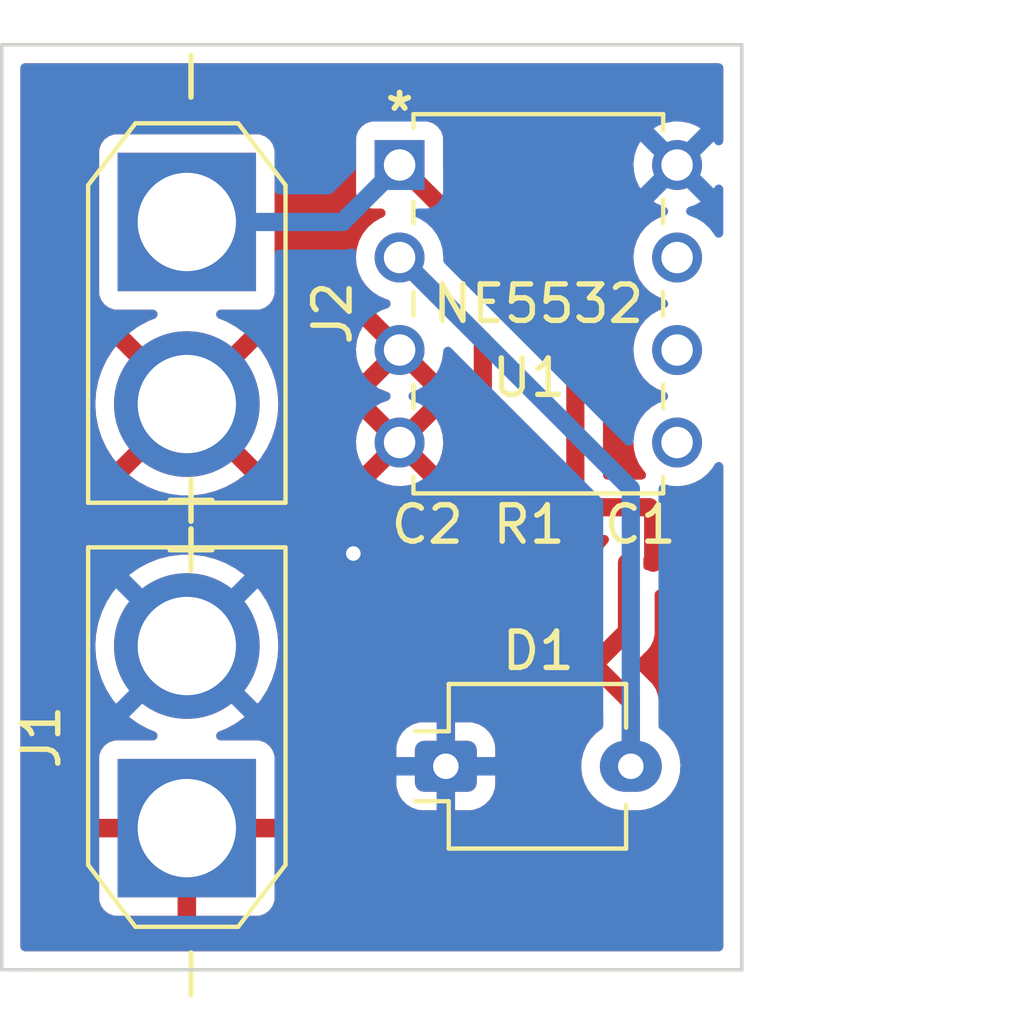
<source format=kicad_pcb>
(kicad_pcb (version 20211014) (generator pcbnew)
  (layers (0 "F.Cu" signal) (31 "B.Cu" signal) (34 "B.Paste" user) (35 "F.Paste" user) (36 "B.SilkS" user "B.Silkscreen") (37 "F.SilkS" user "F.Silkscreen") (38 "B.Mask" user) (39 "F.Mask" user) (44 "Edge.Cuts" user))
  (net 0 "")
  (net 1 "IN-")
  (net 2 "OUT")
  (net 3 "VCC")
  (net 4 "GND")
  (footprint "Capacitor_SMD:C_0201_0603Metric" (layer "F.Cu") (at 199.136 97.282)
    (fp_text reference "C1" (at 0 -1.05) (layer "F.SilkS"))
    (fp_text value "24pF")
    (pad "1" smd roundrect (at -0.32 0) (size 0.46 0.4) (layers "F.Cu" "F.Mask") (net 1 "IN-"))
    (pad "2" smd roundrect (at 0.32 0) (size 0.46 0.4) (layers "F.Cu" "F.Mask") (net 2 "OUT"))
  )
  (footprint "Package_DIP:NE5532P" (layer "F.Cu") (at 192.532 86.36)
    (fp_text reference "U1" (at 3.556 5.842) (layer "F.SilkS"))
    (fp_text value "NE5532" (at 3.81 3.81) (layer "F.SilkS"))
    (fp_text user "*" (at 0 -1.4478) (layer "F.SilkS"))
    (fp_text user "*" (at 0 -1.4478) (layer "F.SilkS"))
    (fp_line (start 0.381 -1.397) (end 0.381 -1.01854) (layer "F.SilkS") (width 0.12))
    (fp_line (start 0.381 9.017) (end 7.239 9.017) (layer "F.SilkS") (width 0.12))
    (fp_line (start 7.239 1.595403) (end 7.239 0.944597) (layer "F.SilkS") (width 0.12))
    (fp_line (start 7.239 -0.944597) (end 7.239 -1.397) (layer "F.SilkS") (width 0.12))
    (fp_line (start 7.239 9.017) (end 7.239 8.564597) (layer "F.SilkS") (width 0.12))
    (fp_line (start 0.381 1.01854) (end 0.381 1.595403) (layer "F.SilkS") (width 0.12))
    (fp_line (start 0.381 6.024597) (end 0.381 6.675403) (layer "F.SilkS") (width 0.12))
    (fp_line (start 7.239 4.135403) (end 7.239 3.484597) (layer "F.SilkS") (width 0.12))
    (fp_line (start 7.239 6.675403) (end 7.239 6.024597) (layer "F.SilkS") (width 0.12))
    (fp_line (start 0.381 8.564597) (end 0.381 9.017) (layer "F.SilkS") (width 0.12))
    (fp_line (start 7.239 -1.397) (end 0.381 -1.397) (layer "F.SilkS") (width 0.12))
    (fp_line (start 0.381 3.484597) (end 0.381 4.135403) (layer "F.SilkS") (width 0.12))
    (pad "1" thru_hole rect (at 0 0) (size 1.3716 1.3716) (drill 0.8636) (layers *.Cu *.Mask) (net 2 "OUT"))
    (pad "2" thru_hole circle (at 0 2.54) (size 1.3716 1.3716) (drill 0.8636) (layers *.Cu *.Mask) (net 1 "IN-"))
    (pad "3" thru_hole circle (at 0 5.08) (size 1.3716 1.3716) (drill 0.8636) (layers *.Cu *.Mask) (net 4 "GND"))
    (pad "4" thru_hole circle (at 0 7.62) (size 1.3716 1.3716) (drill 0.8636) (layers *.Cu *.Mask) (net 4 "GND"))
    (pad "5" thru_hole circle (at 7.62 7.62) (size 1.3716 1.3716) (drill 0.8636) (layers *.Cu *.Mask))
    (pad "6" thru_hole circle (at 7.62 5.08) (size 1.3716 1.3716) (drill 0.8636) (layers *.Cu *.Mask))
    (pad "7" thru_hole circle (at 7.62 2.54) (size 1.3716 1.3716) (drill 0.8636) (layers *.Cu *.Mask))
    (pad "8" thru_hole circle (at 7.62 0) (size 1.3716 1.3716) (drill 0.8636) (layers *.Cu *.Mask) (net 3 "VCC"))
  )
  (footprint "Capacitor_SMD:C_0201_0603Metric" (layer "F.Cu") (at 193.294 97.282)
    (fp_text reference "C2" (at 0 -1.05) (layer "F.SilkS"))
    (fp_text value "0.1uF")
    (pad "1" smd roundrect (at -0.32 0) (size 0.46 0.4) (layers "F.Cu" "F.Mask") (net 3 "VCC"))
    (pad "2" smd roundrect (at 0.32 0) (size 0.46 0.4) (layers "F.Cu" "F.Mask") (net 4 "GND"))
  )
  (footprint "Connector_AMASS:AMASS_XT30U-F_1x02_P5.0mm_Vertical" (layer "F.Cu") (at 186.69 87.924 -90)
    (fp_text reference "J2" (at 2.5 -4 90) (layer "F.SilkS"))
    (fp_text value "Conn_01x02_Male")
    (fp_text user "-" (at -4 0 90) (layer "F.SilkS") (effects (font (size 1.5 1.5))))
    (fp_text user "+" (at 9 0 90) (layer "F.SilkS") (effects (font (size 1.5 1.5))))
    (fp_line (start 7.71 -2.71) (end 7.71 2.71) (layer "F.SilkS") (width 0.12))
    (fp_line (start -1.01 -2.71) (end 7.71 -2.71) (layer "F.SilkS") (width 0.12))
    (fp_line (start -2.71 -1.41) (end -1.01 -2.71) (layer "F.SilkS") (width 0.12))
    (fp_line (start -2.71 -1.41) (end -2.71 1.41) (layer "F.SilkS") (width 0.12))
    (fp_line (start -1.01 2.71) (end 7.71 2.71) (layer "F.SilkS") (width 0.12))
    (fp_line (start -2.71 1.41) (end -1.01 2.71) (layer "F.SilkS") (width 0.12))
    (pad "1" thru_hole rect (at 0 0 270) (size 3.8 3.8) (drill 2.7) (layers *.Cu *.Mask) (net 2 "OUT"))
    (pad "2" thru_hole circle (at 5 0 270) (size 4 4) (drill 2.7) (layers *.Cu *.Mask) (net 4 "GND"))
  )
  (footprint "Resistor_SMD:R_0201_0603Metric" (layer "F.Cu") (at 196.088 97.282)
    (fp_text reference "R1" (at 0 -1.05) (layer "F.SilkS"))
    (fp_text value "66k")
    (pad "1" smd roundrect (at -0.32 0) (size 0.46 0.4) (layers "F.Cu" "F.Mask") (net 1 "IN-"))
    (pad "2" smd roundrect (at 0.32 0) (size 0.46 0.4) (layers "F.Cu" "F.Mask") (net 2 "OUT"))
  )
  (footprint "OptoDevice:Osram_DIL2_4.3x4.65mm_P5.08mm" (layer "F.Cu") (at 193.802 102.87)
    (fp_text reference "D1" (at 2.54 -3.17) (layer "F.SilkS"))
    (fp_text value "BPW34")
    (fp_line (start 0.08 -0.96) (end -0.84 -0.96) (layer "F.SilkS") (width 0.12))
    (fp_line (start 0.08 0.96) (end -0.84 0.96) (layer "F.SilkS") (width 0.12))
    (fp_line (start 0.08 -2.26) (end 0.08 -0.96) (layer "F.SilkS") (width 0.12))
    (fp_line (start 4.95 1.06) (end 4.95 2.26) (layer "F.SilkS") (width 0.12))
    (fp_line (start 4.95 2.26) (end 0.08 2.26) (layer "F.SilkS") (width 0.12))
    (fp_line (start 0.08 0.96) (end 0.08 2.26) (layer "F.SilkS") (width 0.12))
    (fp_line (start 4.95 -2.26) (end 4.95 -1.06) (layer "F.SilkS") (width 0.12))
    (fp_line (start 0.08 -2.26) (end 4.95 -2.26) (layer "F.SilkS") (width 0.12))
    (pad "1" thru_hole roundrect (at 0 0) (size 1.7 1.4) (drill 0.7) (layers *.Cu *.Mask) (roundrect_rratio 0.178) (net 3 "VCC"))
    (pad "2" thru_hole oval (at 5.08 0) (size 1.7 1.4) (drill 0.7) (layers *.Cu *.Mask) (net 1 "IN-"))
  )
  (footprint "Connector_AMASS:AMASS_XT30U-F_1x02_P5.0mm_Vertical" (layer "F.Cu") (at 186.69 104.568 90)
    (fp_text reference "J1" (at 2.5 -4 90) (layer "F.SilkS"))
    (fp_text value "Conn_01x02_Male")
    (fp_text user "-" (at -4 0 90) (layer "F.SilkS") (effects (font (size 1.5 1.5))))
    (fp_text user "+" (at 9 0 90) (layer "F.SilkS") (effects (font (size 1.5 1.5))))
    (fp_line (start -1.01 2.71) (end 7.71 2.71) (layer "F.SilkS") (width 0.12))
    (fp_line (start -2.71 -1.41) (end -1.01 -2.71) (layer "F.SilkS") (width 0.12))
    (fp_line (start -2.71 -1.41) (end -2.71 1.41) (layer "F.SilkS") (width 0.12))
    (fp_line (start -2.71 1.41) (end -1.01 2.71) (layer "F.SilkS") (width 0.12))
    (fp_line (start -1.01 -2.71) (end 7.71 -2.71) (layer "F.SilkS") (width 0.12))
    (fp_line (start 7.71 -2.71) (end 7.71 2.71) (layer "F.SilkS") (width 0.12))
    (pad "1" thru_hole rect (at 0 0 90) (size 3.8 3.8) (drill 2.7) (layers *.Cu *.Mask) (net 4 "GND"))
    (pad "2" thru_hole circle (at 5 0 90) (size 4 4) (drill 2.7) (layers *.Cu *.Mask) (net 3 "VCC"))
  )
  (gr_line (start 182.372 108.458) (end 181.61 108.458) (layer "Edge.Cuts") (width 0.1))
  (gr_line (start 181.864 83.058) (end 201.93 83.058) (layer "Edge.Cuts") (width 0.1))
  (gr_line (start 201.93 83.058) (end 201.93 108.458) (layer "Edge.Cuts") (width 0.1))
  (gr_line (start 181.61 83.058) (end 181.864 83.058) (layer "Edge.Cuts") (width 0.1))
  (gr_line (start 201.93 108.458) (end 182.372 108.458) (layer "Edge.Cuts") (width 0.1))
  (gr_line (start 181.61 108.458) (end 181.61 83.058) (layer "Edge.Cuts") (width 0.1))
  (segment (start 198.882 102.87) (end 198.776 102.764) (width 0.5) (layer "F.Cu") (net 1))
  (segment (start 192.532 88.9) (end 194.818 91.186) (width 0.5) (layer "F.Cu") (net 1))
  (segment (start 194.818 91.186) (end 194.818 96.266) (width 0.5) (layer "F.Cu") (net 1))
  (segment (start 195.728 97.176) (end 195.728 97.282) (width 0.5) (layer "F.Cu") (net 1))
  (segment (start 197.866 100.076) (end 198.776 99.166) (width 0.5) (layer "F.Cu") (net 1))
  (segment (start 198.776 99.166) (end 198.776 97.282) (width 0.5) (layer "F.Cu") (net 1))
  (segment (start 198.882 102.87) (end 198.882 101.092) (width 0.5) (layer "F.Cu") (net 1))
  (segment (start 198.882 101.092) (end 197.866 100.076) (width 0.5) (layer "F.Cu") (net 1))
  (segment (start 194.818 96.266) (end 195.728 97.176) (width 0.5) (layer "F.Cu") (net 1))
  (segment (start 192.532 88.9) (end 198.882 95.25) (width 0.5) (layer "B.Cu") (net 1))
  (segment (start 198.882 95.25) (end 198.882 102.87) (width 0.5) (layer "B.Cu") (net 1))
  (segment (start 196.448 96.668) (end 196.448 97.282) (width 0.5) (layer "F.Cu") (net 2))
  (segment (start 197.358 95.758) (end 199.39 95.758) (width 0.5) (layer "F.Cu") (net 2))
  (segment (start 192.532 86.36) (end 197.358 91.186) (width 0.5) (layer "F.Cu") (net 2))
  (segment (start 197.358 91.186) (end 197.358 95.758) (width 0.5) (layer "F.Cu") (net 2))
  (segment (start 199.496 95.864) (end 199.496 97.282) (width 0.5) (layer "F.Cu") (net 2))
  (segment (start 197.358 95.758) (end 196.448 96.668) (width 0.5) (layer "F.Cu") (net 2))
  (segment (start 199.39 95.758) (end 199.496 95.864) (width 0.5) (layer "F.Cu") (net 2))
  (segment (start 190.968 87.924) (end 192.532 86.36) (width 0.5) (layer "B.Cu") (net 2))
  (segment (start 186.69 87.924) (end 190.968 87.924) (width 0.5) (layer "B.Cu") (net 2))
  (segment (start 192.72 97.028) (end 192.934 97.242) (width 0.5) (layer "F.Cu") (net 3))
  (segment (start 192.934 97.242) (end 192.934 97.282) (width 0.5) (layer "F.Cu") (net 3))
  (segment (start 191.262 97.028) (end 192.72 97.028) (width 0.5) (layer "F.Cu") (net 3))
  (via (at 191.262 97.028) (size 0.8) (drill 0.4) (layers "F.Cu" "B.Cu") (net 3))
  (zone (net 4) (net_name "GND") (layer "F.Cu") (connect_pads (clearance 0.508)) (min_thickness 0.254) (fill yes (thermal_gap 0.508) (thermal_bridge_width 0.508))
    (polygon (pts (xy 201.93 108.458) (xy 181.61 108.458) (xy 181.61 83.058) (xy 201.93 83.058)))
  )
  (zone (net 3) (net_name "VCC") (layer "B.Cu") (connect_pads (clearance 0.508)) (min_thickness 0.254) (fill yes (thermal_gap 0.508) (thermal_bridge_width 0.508))
    (polygon (pts (xy 201.93 108.458) (xy 181.61 108.204) (xy 181.61 83.058) (xy 201.93 83.058)))
  )
)
</source>
